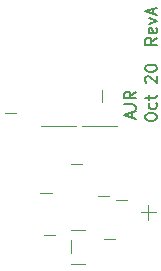
<source format=gbr>
G04 #@! TF.GenerationSoftware,KiCad,Pcbnew,(5.1.5-0-10_14)*
G04 #@! TF.CreationDate,2021-10-06T23:15:31+01:00*
G04 #@! TF.ProjectId,throwie,7468726f-7769-4652-9e6b-696361645f70,rev?*
G04 #@! TF.SameCoordinates,Original*
G04 #@! TF.FileFunction,Legend,Top*
G04 #@! TF.FilePolarity,Positive*
%FSLAX46Y46*%
G04 Gerber Fmt 4.6, Leading zero omitted, Abs format (unit mm)*
G04 Created by KiCad (PCBNEW (5.1.5-0-10_14)) date 2021-10-06 23:15:31*
%MOMM*%
%LPD*%
G04 APERTURE LIST*
%ADD10C,0.150000*%
%ADD11C,0.120000*%
G04 APERTURE END LIST*
D10*
X64730380Y-77072857D02*
X64730380Y-76882380D01*
X64778000Y-76787142D01*
X64873238Y-76691904D01*
X65063714Y-76644285D01*
X65397047Y-76644285D01*
X65587523Y-76691904D01*
X65682761Y-76787142D01*
X65730380Y-76882380D01*
X65730380Y-77072857D01*
X65682761Y-77168095D01*
X65587523Y-77263333D01*
X65397047Y-77310952D01*
X65063714Y-77310952D01*
X64873238Y-77263333D01*
X64778000Y-77168095D01*
X64730380Y-77072857D01*
X65682761Y-75787142D02*
X65730380Y-75882380D01*
X65730380Y-76072857D01*
X65682761Y-76168095D01*
X65635142Y-76215714D01*
X65539904Y-76263333D01*
X65254190Y-76263333D01*
X65158952Y-76215714D01*
X65111333Y-76168095D01*
X65063714Y-76072857D01*
X65063714Y-75882380D01*
X65111333Y-75787142D01*
X65063714Y-75501428D02*
X65063714Y-75120476D01*
X64730380Y-75358571D02*
X65587523Y-75358571D01*
X65682761Y-75310952D01*
X65730380Y-75215714D01*
X65730380Y-75120476D01*
X64825619Y-74072857D02*
X64778000Y-74025238D01*
X64730380Y-73930000D01*
X64730380Y-73691904D01*
X64778000Y-73596666D01*
X64825619Y-73549047D01*
X64920857Y-73501428D01*
X65016095Y-73501428D01*
X65158952Y-73549047D01*
X65730380Y-74120476D01*
X65730380Y-73501428D01*
X64730380Y-72882380D02*
X64730380Y-72787142D01*
X64778000Y-72691904D01*
X64825619Y-72644285D01*
X64920857Y-72596666D01*
X65111333Y-72549047D01*
X65349428Y-72549047D01*
X65539904Y-72596666D01*
X65635142Y-72644285D01*
X65682761Y-72691904D01*
X65730380Y-72787142D01*
X65730380Y-72882380D01*
X65682761Y-72977619D01*
X65635142Y-73025238D01*
X65539904Y-73072857D01*
X65349428Y-73120476D01*
X65111333Y-73120476D01*
X64920857Y-73072857D01*
X64825619Y-73025238D01*
X64778000Y-72977619D01*
X64730380Y-72882380D01*
X63666666Y-77065047D02*
X63666666Y-76588857D01*
X63952380Y-77160285D02*
X62952380Y-76826952D01*
X63952380Y-76493619D01*
X62952380Y-75874571D02*
X63666666Y-75874571D01*
X63809523Y-75922190D01*
X63904761Y-76017428D01*
X63952380Y-76160285D01*
X63952380Y-76255523D01*
X63952380Y-74826952D02*
X63476190Y-75160285D01*
X63952380Y-75398380D02*
X62952380Y-75398380D01*
X62952380Y-75017428D01*
X63000000Y-74922190D01*
X63047619Y-74874571D01*
X63142857Y-74826952D01*
X63285714Y-74826952D01*
X63380952Y-74874571D01*
X63428571Y-74922190D01*
X63476190Y-75017428D01*
X63476190Y-75398380D01*
X65730380Y-70270571D02*
X65254190Y-70603904D01*
X65730380Y-70842000D02*
X64730380Y-70842000D01*
X64730380Y-70461047D01*
X64778000Y-70365809D01*
X64825619Y-70318190D01*
X64920857Y-70270571D01*
X65063714Y-70270571D01*
X65158952Y-70318190D01*
X65206571Y-70365809D01*
X65254190Y-70461047D01*
X65254190Y-70842000D01*
X65682761Y-69461047D02*
X65730380Y-69556285D01*
X65730380Y-69746761D01*
X65682761Y-69842000D01*
X65587523Y-69889619D01*
X65206571Y-69889619D01*
X65111333Y-69842000D01*
X65063714Y-69746761D01*
X65063714Y-69556285D01*
X65111333Y-69461047D01*
X65206571Y-69413428D01*
X65301809Y-69413428D01*
X65397047Y-69889619D01*
X65063714Y-69080095D02*
X65730380Y-68842000D01*
X65063714Y-68603904D01*
X65444666Y-68270571D02*
X65444666Y-67794380D01*
X65730380Y-68365809D02*
X64730380Y-68032476D01*
X65730380Y-67699142D01*
D11*
X64424000Y-85048000D02*
X65624000Y-85048000D01*
X65024000Y-84448000D02*
X65024000Y-85648000D01*
X55904000Y-77728000D02*
X58904000Y-77728000D01*
X62394000Y-77708000D02*
X59394000Y-77708000D01*
X58444000Y-87400000D02*
X58444000Y-88500000D01*
X59644000Y-89400000D02*
X58444000Y-89400000D01*
X59644000Y-86500000D02*
X58444000Y-86500000D01*
X56864000Y-83404000D02*
X55864000Y-83404000D01*
X61714000Y-83682000D02*
X60714000Y-83682000D01*
X62238000Y-83982000D02*
X63238000Y-83982000D01*
X61122000Y-75684000D02*
X61122000Y-74684000D01*
X58428000Y-80934000D02*
X59428000Y-80934000D01*
X52840000Y-76616000D02*
X53840000Y-76616000D01*
X57142000Y-86960000D02*
X56142000Y-86960000D01*
X61222000Y-87284000D02*
X62222000Y-87284000D01*
M02*

</source>
